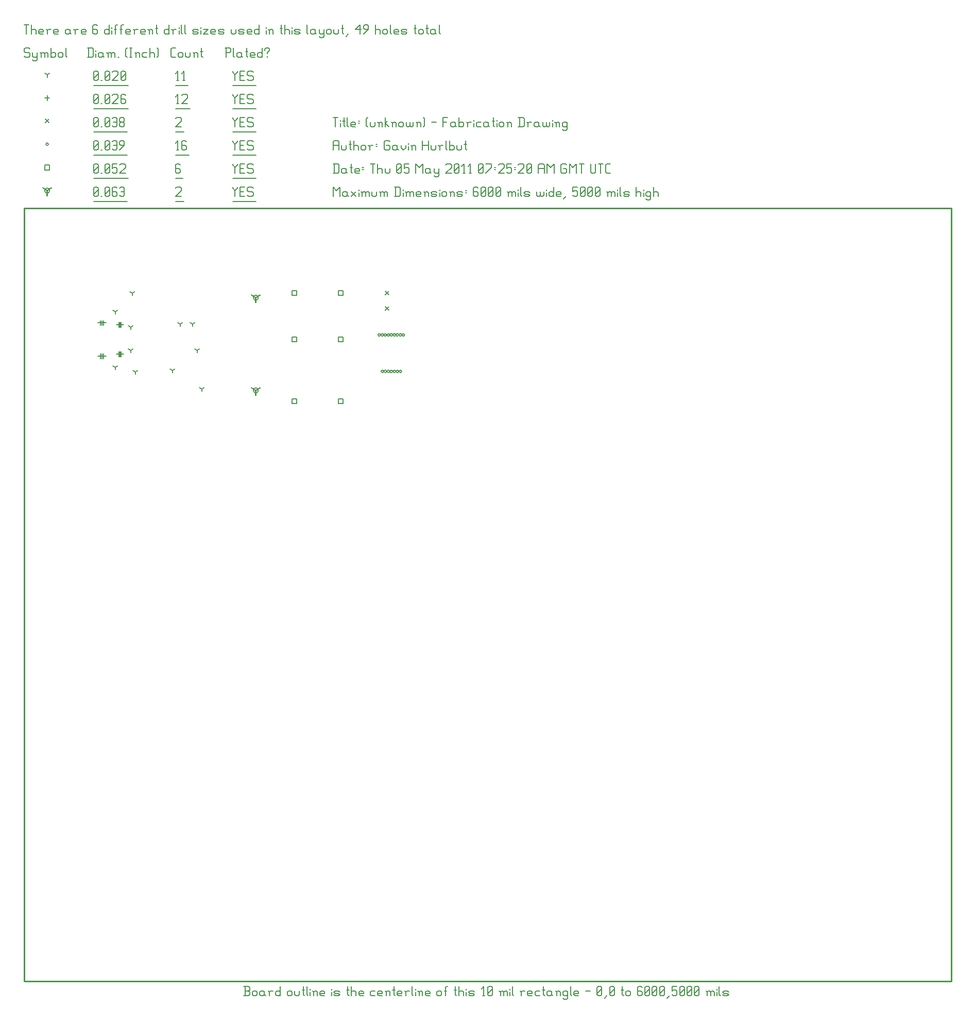
<source format=gbr>
G04 start of page 11 for group -3984 idx -3984 *
G04 Title: (unknown), fab *
G04 Creator: pcb 20091103 *
G04 CreationDate: Thu 05 May 2011 07:25:20 AM GMT UTC *
G04 For: gjhurlbu *
G04 Format: Gerber/RS-274X *
G04 PCB-Dimensions: 600000 500000 *
G04 PCB-Coordinate-Origin: lower left *
%MOIN*%
%FSLAX25Y25*%
%LNFAB*%
%ADD12C,0.0200*%
%ADD42C,0.0100*%
%ADD44R,0.0080X0.0080*%
%ADD45C,0.0060*%
G54D44*X150000Y382000D02*Y378800D01*
G54D12*G36*
X149453Y382147D02*X152919Y384147D01*
X153319Y383454D01*
X149853Y381454D01*
X149453Y382147D01*
G37*
G36*
X150146Y381454D02*X146680Y383454D01*
X147080Y384147D01*
X150546Y382147D01*
X150146Y381454D01*
G37*
G54D44*X148400Y382000D02*G75*G03X151600Y382000I1600J0D01*G01*
G75*G03X148400Y382000I-1600J0D01*G01*
X150000Y442000D02*Y438800D01*
G54D12*G36*
X149453Y442147D02*X152919Y444147D01*
X153319Y443454D01*
X149853Y441454D01*
X149453Y442147D01*
G37*
G36*
X150146Y441454D02*X146680Y443454D01*
X147080Y444147D01*
X150546Y442147D01*
X150146Y441454D01*
G37*
G54D44*X148400Y442000D02*G75*G03X151600Y442000I1600J0D01*G01*
G75*G03X148400Y442000I-1600J0D01*G01*
X15000Y511250D02*Y508050D01*
G54D12*G36*
X14453Y511396D02*X17919Y513396D01*
X18319Y512703D01*
X14853Y510703D01*
X14453Y511396D01*
G37*
G36*
X15146Y510703D02*X11680Y512703D01*
X12080Y513396D01*
X15546Y511396D01*
X15146Y510703D01*
G37*
G54D44*X13400Y511250D02*G75*G03X16600Y511250I1600J0D01*G01*
G75*G03X13400Y511250I-1600J0D01*G01*
G54D45*X135000Y513500D02*Y512750D01*
X136500Y511250D01*
X138000Y512750D01*
Y513500D02*Y512750D01*
X136500Y511250D02*Y507500D01*
X139801Y510500D02*X142051D01*
X139801Y507500D02*X142801D01*
X139801Y513500D02*Y507500D01*
Y513500D02*X142801D01*
X147603D02*X148353Y512750D01*
X145353Y513500D02*X147603D01*
X144603Y512750D02*X145353Y513500D01*
X144603Y512750D02*Y511250D01*
X145353Y510500D01*
X147603D01*
X148353Y509750D01*
Y508250D01*
X147603Y507500D02*X148353Y508250D01*
X145353Y507500D02*X147603D01*
X144603Y508250D02*X145353Y507500D01*
X135000Y504249D02*X150154D01*
X98000Y512750D02*X98750Y513500D01*
X101000D01*
X101750Y512750D01*
Y511250D01*
X98000Y507500D02*X101750Y511250D01*
X98000Y507500D02*X101750D01*
X98000Y504249D02*X103551D01*
X45000Y508250D02*X45750Y507500D01*
X45000Y512750D02*Y508250D01*
Y512750D02*X45750Y513500D01*
X47250D01*
X48000Y512750D01*
Y508250D01*
X47250Y507500D02*X48000Y508250D01*
X45750Y507500D02*X47250D01*
X45000Y509000D02*X48000Y512000D01*
X49801Y507500D02*X50551D01*
X52353Y508250D02*X53103Y507500D01*
X52353Y512750D02*Y508250D01*
Y512750D02*X53103Y513500D01*
X54603D01*
X55353Y512750D01*
Y508250D01*
X54603Y507500D02*X55353Y508250D01*
X53103Y507500D02*X54603D01*
X52353Y509000D02*X55353Y512000D01*
X59404Y513500D02*X60154Y512750D01*
X57904Y513500D02*X59404D01*
X57154Y512750D02*X57904Y513500D01*
X57154Y512750D02*Y508250D01*
X57904Y507500D01*
X59404Y510500D02*X60154Y509750D01*
X57154Y510500D02*X59404D01*
X57904Y507500D02*X59404D01*
X60154Y508250D01*
Y509750D02*Y508250D01*
X61956Y512750D02*X62706Y513500D01*
X64206D01*
X64956Y512750D01*
Y508250D01*
X64206Y507500D02*X64956Y508250D01*
X62706Y507500D02*X64206D01*
X61956Y508250D02*X62706Y507500D01*
Y510500D02*X64956D01*
X45000Y504249D02*X66757D01*
X203400Y376600D02*X206600D01*
X203400D02*Y373400D01*
X206600D01*
Y376600D02*Y373400D01*
X203400Y416600D02*X206600D01*
X203400D02*Y413400D01*
X206600D01*
Y416600D02*Y413400D01*
X203400Y446600D02*X206600D01*
X203400D02*Y443400D01*
X206600D01*
Y446600D02*Y443400D01*
X173400Y446600D02*X176600D01*
X173400D02*Y443400D01*
X176600D01*
Y446600D02*Y443400D01*
X173400Y416600D02*X176600D01*
X173400D02*Y413400D01*
X176600D01*
Y416600D02*Y413400D01*
X173400Y376600D02*X176600D01*
X173400D02*Y373400D01*
X176600D01*
Y376600D02*Y373400D01*
X13400Y527850D02*X16600D01*
X13400D02*Y524650D01*
X16600D01*
Y527850D02*Y524650D01*
X135000Y528500D02*Y527750D01*
X136500Y526250D01*
X138000Y527750D01*
Y528500D02*Y527750D01*
X136500Y526250D02*Y522500D01*
X139801Y525500D02*X142051D01*
X139801Y522500D02*X142801D01*
X139801Y528500D02*Y522500D01*
Y528500D02*X142801D01*
X147603D02*X148353Y527750D01*
X145353Y528500D02*X147603D01*
X144603Y527750D02*X145353Y528500D01*
X144603Y527750D02*Y526250D01*
X145353Y525500D01*
X147603D01*
X148353Y524750D01*
Y523250D01*
X147603Y522500D02*X148353Y523250D01*
X145353Y522500D02*X147603D01*
X144603Y523250D02*X145353Y522500D01*
X135000Y519249D02*X150154D01*
X100250Y528500D02*X101000Y527750D01*
X98750Y528500D02*X100250D01*
X98000Y527750D02*X98750Y528500D01*
X98000Y527750D02*Y523250D01*
X98750Y522500D01*
X100250Y525500D02*X101000Y524750D01*
X98000Y525500D02*X100250D01*
X98750Y522500D02*X100250D01*
X101000Y523250D01*
Y524750D02*Y523250D01*
X98000Y519249D02*X102801D01*
X45000Y523250D02*X45750Y522500D01*
X45000Y527750D02*Y523250D01*
Y527750D02*X45750Y528500D01*
X47250D01*
X48000Y527750D01*
Y523250D01*
X47250Y522500D02*X48000Y523250D01*
X45750Y522500D02*X47250D01*
X45000Y524000D02*X48000Y527000D01*
X49801Y522500D02*X50551D01*
X52353Y523250D02*X53103Y522500D01*
X52353Y527750D02*Y523250D01*
Y527750D02*X53103Y528500D01*
X54603D01*
X55353Y527750D01*
Y523250D01*
X54603Y522500D02*X55353Y523250D01*
X53103Y522500D02*X54603D01*
X52353Y524000D02*X55353Y527000D01*
X57154Y528500D02*X60154D01*
X57154D02*Y525500D01*
X57904Y526250D01*
X59404D01*
X60154Y525500D01*
Y523250D01*
X59404Y522500D02*X60154Y523250D01*
X57904Y522500D02*X59404D01*
X57154Y523250D02*X57904Y522500D01*
X61956Y527750D02*X62706Y528500D01*
X64956D01*
X65706Y527750D01*
Y526250D01*
X61956Y522500D02*X65706Y526250D01*
X61956Y522500D02*X65706D01*
X45000Y519249D02*X67507D01*
X229100Y417900D02*G75*G03X230700Y417900I800J0D01*G01*
G75*G03X229100Y417900I-800J0D01*G01*
X231100D02*G75*G03X232700Y417900I800J0D01*G01*
G75*G03X231100Y417900I-800J0D01*G01*
X233000D02*G75*G03X234600Y417900I800J0D01*G01*
G75*G03X233000Y417900I-800J0D01*G01*
X235000D02*G75*G03X236600Y417900I800J0D01*G01*
G75*G03X235000Y417900I-800J0D01*G01*
X236900D02*G75*G03X238500Y417900I800J0D01*G01*
G75*G03X236900Y417900I-800J0D01*G01*
X238900D02*G75*G03X240500Y417900I800J0D01*G01*
G75*G03X238900Y417900I-800J0D01*G01*
X240800D02*G75*G03X242400Y417900I800J0D01*G01*
G75*G03X240800Y417900I-800J0D01*G01*
X242800D02*G75*G03X244400Y417900I800J0D01*G01*
G75*G03X242800Y417900I-800J0D01*G01*
X244700D02*G75*G03X246300Y417900I800J0D01*G01*
G75*G03X244700Y417900I-800J0D01*G01*
X231100Y394300D02*G75*G03X232700Y394300I800J0D01*G01*
G75*G03X231100Y394300I-800J0D01*G01*
X233000D02*G75*G03X234600Y394300I800J0D01*G01*
G75*G03X233000Y394300I-800J0D01*G01*
X235000D02*G75*G03X236600Y394300I800J0D01*G01*
G75*G03X235000Y394300I-800J0D01*G01*
X236900D02*G75*G03X238500Y394300I800J0D01*G01*
G75*G03X236900Y394300I-800J0D01*G01*
X238900D02*G75*G03X240500Y394300I800J0D01*G01*
G75*G03X238900Y394300I-800J0D01*G01*
X240800D02*G75*G03X242400Y394300I800J0D01*G01*
G75*G03X240800Y394300I-800J0D01*G01*
X242800D02*G75*G03X244400Y394300I800J0D01*G01*
G75*G03X242800Y394300I-800J0D01*G01*
X14200Y541250D02*G75*G03X15800Y541250I800J0D01*G01*
G75*G03X14200Y541250I-800J0D01*G01*
X135000Y543500D02*Y542750D01*
X136500Y541250D01*
X138000Y542750D01*
Y543500D02*Y542750D01*
X136500Y541250D02*Y537500D01*
X139801Y540500D02*X142051D01*
X139801Y537500D02*X142801D01*
X139801Y543500D02*Y537500D01*
Y543500D02*X142801D01*
X147603D02*X148353Y542750D01*
X145353Y543500D02*X147603D01*
X144603Y542750D02*X145353Y543500D01*
X144603Y542750D02*Y541250D01*
X145353Y540500D01*
X147603D01*
X148353Y539750D01*
Y538250D01*
X147603Y537500D02*X148353Y538250D01*
X145353Y537500D02*X147603D01*
X144603Y538250D02*X145353Y537500D01*
X135000Y534249D02*X150154D01*
X98750Y537500D02*X100250D01*
X99500Y543500D02*Y537500D01*
X98000Y542000D02*X99500Y543500D01*
X104301D02*X105051Y542750D01*
X102801Y543500D02*X104301D01*
X102051Y542750D02*X102801Y543500D01*
X102051Y542750D02*Y538250D01*
X102801Y537500D01*
X104301Y540500D02*X105051Y539750D01*
X102051Y540500D02*X104301D01*
X102801Y537500D02*X104301D01*
X105051Y538250D01*
Y539750D02*Y538250D01*
X98000Y534249D02*X106853D01*
X45000Y538250D02*X45750Y537500D01*
X45000Y542750D02*Y538250D01*
Y542750D02*X45750Y543500D01*
X47250D01*
X48000Y542750D01*
Y538250D01*
X47250Y537500D02*X48000Y538250D01*
X45750Y537500D02*X47250D01*
X45000Y539000D02*X48000Y542000D01*
X49801Y537500D02*X50551D01*
X52353Y538250D02*X53103Y537500D01*
X52353Y542750D02*Y538250D01*
Y542750D02*X53103Y543500D01*
X54603D01*
X55353Y542750D01*
Y538250D01*
X54603Y537500D02*X55353Y538250D01*
X53103Y537500D02*X54603D01*
X52353Y539000D02*X55353Y542000D01*
X57154Y542750D02*X57904Y543500D01*
X59404D01*
X60154Y542750D01*
Y538250D01*
X59404Y537500D02*X60154Y538250D01*
X57904Y537500D02*X59404D01*
X57154Y538250D02*X57904Y537500D01*
Y540500D02*X60154D01*
X61956Y537500D02*X64956Y540500D01*
Y542750D02*Y540500D01*
X64206Y543500D02*X64956Y542750D01*
X62706Y543500D02*X64206D01*
X61956Y542750D02*X62706Y543500D01*
X61956Y542750D02*Y541250D01*
X62706Y540500D01*
X64956D01*
X45000Y534249D02*X66757D01*
X233800Y436200D02*X236200Y433800D01*
X233800D02*X236200Y436200D01*
X233800Y446200D02*X236200Y443800D01*
X233800D02*X236200Y446200D01*
X13800Y557450D02*X16200Y555050D01*
X13800D02*X16200Y557450D01*
X135000Y558500D02*Y557750D01*
X136500Y556250D01*
X138000Y557750D01*
Y558500D02*Y557750D01*
X136500Y556250D02*Y552500D01*
X139801Y555500D02*X142051D01*
X139801Y552500D02*X142801D01*
X139801Y558500D02*Y552500D01*
Y558500D02*X142801D01*
X147603D02*X148353Y557750D01*
X145353Y558500D02*X147603D01*
X144603Y557750D02*X145353Y558500D01*
X144603Y557750D02*Y556250D01*
X145353Y555500D01*
X147603D01*
X148353Y554750D01*
Y553250D01*
X147603Y552500D02*X148353Y553250D01*
X145353Y552500D02*X147603D01*
X144603Y553250D02*X145353Y552500D01*
X135000Y549249D02*X150154D01*
X98000Y557750D02*X98750Y558500D01*
X101000D01*
X101750Y557750D01*
Y556250D01*
X98000Y552500D02*X101750Y556250D01*
X98000Y552500D02*X101750D01*
X98000Y549249D02*X103551D01*
X45000Y553250D02*X45750Y552500D01*
X45000Y557750D02*Y553250D01*
Y557750D02*X45750Y558500D01*
X47250D01*
X48000Y557750D01*
Y553250D01*
X47250Y552500D02*X48000Y553250D01*
X45750Y552500D02*X47250D01*
X45000Y554000D02*X48000Y557000D01*
X49801Y552500D02*X50551D01*
X52353Y553250D02*X53103Y552500D01*
X52353Y557750D02*Y553250D01*
Y557750D02*X53103Y558500D01*
X54603D01*
X55353Y557750D01*
Y553250D01*
X54603Y552500D02*X55353Y553250D01*
X53103Y552500D02*X54603D01*
X52353Y554000D02*X55353Y557000D01*
X57154Y557750D02*X57904Y558500D01*
X59404D01*
X60154Y557750D01*
Y553250D01*
X59404Y552500D02*X60154Y553250D01*
X57904Y552500D02*X59404D01*
X57154Y553250D02*X57904Y552500D01*
Y555500D02*X60154D01*
X61956Y553250D02*X62706Y552500D01*
X61956Y554750D02*Y553250D01*
Y554750D02*X62706Y555500D01*
X64206D01*
X64956Y554750D01*
Y553250D01*
X64206Y552500D02*X64956Y553250D01*
X62706Y552500D02*X64206D01*
X61956Y556250D02*X62706Y555500D01*
X61956Y557750D02*Y556250D01*
Y557750D02*X62706Y558500D01*
X64206D01*
X64956Y557750D01*
Y556250D01*
X64206Y555500D02*X64956Y556250D01*
X45000Y549249D02*X66757D01*
X62846Y426147D02*Y422947D01*
X61246Y424547D02*X64446D01*
X62077Y426147D02*Y422947D01*
X60477Y424547D02*X63677D01*
X61308Y426147D02*Y422947D01*
X59708Y424547D02*X62908D01*
X62846Y407053D02*Y403853D01*
X61246Y405453D02*X64446D01*
X62077Y407053D02*Y403853D01*
X60477Y405453D02*X63677D01*
X61308Y407053D02*Y403853D01*
X59708Y405453D02*X62908D01*
X49322Y427328D02*Y424128D01*
X47722Y425728D02*X50922D01*
X50385Y427328D02*Y424128D01*
X48785Y425728D02*X51985D01*
X51448Y427328D02*Y424128D01*
X49848Y425728D02*X53048D01*
X49322Y405872D02*Y402672D01*
X47722Y404272D02*X50922D01*
X50385Y405872D02*Y402672D01*
X48785Y404272D02*X51985D01*
X51448Y405872D02*Y402672D01*
X49848Y404272D02*X53048D01*
X15000Y572850D02*Y569650D01*
X13400Y571250D02*X16600D01*
X135000Y573500D02*Y572750D01*
X136500Y571250D01*
X138000Y572750D01*
Y573500D02*Y572750D01*
X136500Y571250D02*Y567500D01*
X139801Y570500D02*X142051D01*
X139801Y567500D02*X142801D01*
X139801Y573500D02*Y567500D01*
Y573500D02*X142801D01*
X147603D02*X148353Y572750D01*
X145353Y573500D02*X147603D01*
X144603Y572750D02*X145353Y573500D01*
X144603Y572750D02*Y571250D01*
X145353Y570500D01*
X147603D01*
X148353Y569750D01*
Y568250D01*
X147603Y567500D02*X148353Y568250D01*
X145353Y567500D02*X147603D01*
X144603Y568250D02*X145353Y567500D01*
X135000Y564249D02*X150154D01*
X98750Y567500D02*X100250D01*
X99500Y573500D02*Y567500D01*
X98000Y572000D02*X99500Y573500D01*
X102051Y572750D02*X102801Y573500D01*
X105051D01*
X105801Y572750D01*
Y571250D01*
X102051Y567500D02*X105801Y571250D01*
X102051Y567500D02*X105801D01*
X98000Y564249D02*X107603D01*
X45000Y568250D02*X45750Y567500D01*
X45000Y572750D02*Y568250D01*
Y572750D02*X45750Y573500D01*
X47250D01*
X48000Y572750D01*
Y568250D01*
X47250Y567500D02*X48000Y568250D01*
X45750Y567500D02*X47250D01*
X45000Y569000D02*X48000Y572000D01*
X49801Y567500D02*X50551D01*
X52353Y568250D02*X53103Y567500D01*
X52353Y572750D02*Y568250D01*
Y572750D02*X53103Y573500D01*
X54603D01*
X55353Y572750D01*
Y568250D01*
X54603Y567500D02*X55353Y568250D01*
X53103Y567500D02*X54603D01*
X52353Y569000D02*X55353Y572000D01*
X57154Y572750D02*X57904Y573500D01*
X60154D01*
X60904Y572750D01*
Y571250D01*
X57154Y567500D02*X60904Y571250D01*
X57154Y567500D02*X60904D01*
X64956Y573500D02*X65706Y572750D01*
X63456Y573500D02*X64956D01*
X62706Y572750D02*X63456Y573500D01*
X62706Y572750D02*Y568250D01*
X63456Y567500D01*
X64956Y570500D02*X65706Y569750D01*
X62706Y570500D02*X64956D01*
X63456Y567500D02*X64956D01*
X65706Y568250D01*
Y569750D02*Y568250D01*
X45000Y564249D02*X67507D01*
X69000Y423000D02*Y421400D01*
Y423000D02*X70386Y423800D01*
X69000Y423000D02*X67614Y423800D01*
X69000Y408000D02*Y406400D01*
Y408000D02*X70386Y408800D01*
X69000Y408000D02*X67614Y408800D01*
X70000Y445000D02*Y443400D01*
Y445000D02*X71386Y445800D01*
X70000Y445000D02*X68614Y445800D01*
X109000Y425000D02*Y423400D01*
Y425000D02*X110386Y425800D01*
X109000Y425000D02*X107614Y425800D01*
X101000Y425000D02*Y423400D01*
Y425000D02*X102386Y425800D01*
X101000Y425000D02*X99614Y425800D01*
X96000Y395000D02*Y393400D01*
Y395000D02*X97386Y395800D01*
X96000Y395000D02*X94614Y395800D01*
X72000Y394000D02*Y392400D01*
Y394000D02*X73386Y394800D01*
X72000Y394000D02*X70614Y394800D01*
X112000Y408000D02*Y406400D01*
Y408000D02*X113386Y408800D01*
X112000Y408000D02*X110614Y408800D01*
X115000Y383000D02*Y381400D01*
Y383000D02*X116386Y383800D01*
X115000Y383000D02*X113614Y383800D01*
X59000Y397000D02*Y395400D01*
Y397000D02*X60386Y397800D01*
X59000Y397000D02*X57614Y397800D01*
X59000Y433000D02*Y431400D01*
Y433000D02*X60386Y433800D01*
X59000Y433000D02*X57614Y433800D01*
X15000Y586250D02*Y584650D01*
Y586250D02*X16386Y587050D01*
X15000Y586250D02*X13614Y587050D01*
X135000Y588500D02*Y587750D01*
X136500Y586250D01*
X138000Y587750D01*
Y588500D02*Y587750D01*
X136500Y586250D02*Y582500D01*
X139801Y585500D02*X142051D01*
X139801Y582500D02*X142801D01*
X139801Y588500D02*Y582500D01*
Y588500D02*X142801D01*
X147603D02*X148353Y587750D01*
X145353Y588500D02*X147603D01*
X144603Y587750D02*X145353Y588500D01*
X144603Y587750D02*Y586250D01*
X145353Y585500D01*
X147603D01*
X148353Y584750D01*
Y583250D01*
X147603Y582500D02*X148353Y583250D01*
X145353Y582500D02*X147603D01*
X144603Y583250D02*X145353Y582500D01*
X135000Y579249D02*X150154D01*
X98750Y582500D02*X100250D01*
X99500Y588500D02*Y582500D01*
X98000Y587000D02*X99500Y588500D01*
X102801Y582500D02*X104301D01*
X103551Y588500D02*Y582500D01*
X102051Y587000D02*X103551Y588500D01*
X98000Y579249D02*X106103D01*
X45000Y583250D02*X45750Y582500D01*
X45000Y587750D02*Y583250D01*
Y587750D02*X45750Y588500D01*
X47250D01*
X48000Y587750D01*
Y583250D01*
X47250Y582500D02*X48000Y583250D01*
X45750Y582500D02*X47250D01*
X45000Y584000D02*X48000Y587000D01*
X49801Y582500D02*X50551D01*
X52353Y583250D02*X53103Y582500D01*
X52353Y587750D02*Y583250D01*
Y587750D02*X53103Y588500D01*
X54603D01*
X55353Y587750D01*
Y583250D01*
X54603Y582500D02*X55353Y583250D01*
X53103Y582500D02*X54603D01*
X52353Y584000D02*X55353Y587000D01*
X57154Y587750D02*X57904Y588500D01*
X60154D01*
X60904Y587750D01*
Y586250D01*
X57154Y582500D02*X60904Y586250D01*
X57154Y582500D02*X60904D01*
X62706Y583250D02*X63456Y582500D01*
X62706Y587750D02*Y583250D01*
Y587750D02*X63456Y588500D01*
X64956D01*
X65706Y587750D01*
Y583250D01*
X64956Y582500D02*X65706Y583250D01*
X63456Y582500D02*X64956D01*
X62706Y584000D02*X65706Y587000D01*
X45000Y579249D02*X67507D01*
X3000Y603500D02*X3750Y602750D01*
X750Y603500D02*X3000D01*
X0Y602750D02*X750Y603500D01*
X0Y602750D02*Y601250D01*
X750Y600500D01*
X3000D01*
X3750Y599750D01*
Y598250D01*
X3000Y597500D02*X3750Y598250D01*
X750Y597500D02*X3000D01*
X0Y598250D02*X750Y597500D01*
X5551Y600500D02*Y598250D01*
X6301Y597500D01*
X8551Y600500D02*Y596000D01*
X7801Y595250D02*X8551Y596000D01*
X6301Y595250D02*X7801D01*
X5551Y596000D02*X6301Y595250D01*
Y597500D02*X7801D01*
X8551Y598250D01*
X11103Y599750D02*Y597500D01*
Y599750D02*X11853Y600500D01*
X12603D01*
X13353Y599750D01*
Y597500D01*
Y599750D02*X14103Y600500D01*
X14853D01*
X15603Y599750D01*
Y597500D01*
X10353Y600500D02*X11103Y599750D01*
X17404Y603500D02*Y597500D01*
Y598250D02*X18154Y597500D01*
X19654D01*
X20404Y598250D01*
Y599750D02*Y598250D01*
X19654Y600500D02*X20404Y599750D01*
X18154Y600500D02*X19654D01*
X17404Y599750D02*X18154Y600500D01*
X22206Y599750D02*Y598250D01*
Y599750D02*X22956Y600500D01*
X24456D01*
X25206Y599750D01*
Y598250D01*
X24456Y597500D02*X25206Y598250D01*
X22956Y597500D02*X24456D01*
X22206Y598250D02*X22956Y597500D01*
X27007Y603500D02*Y598250D01*
X27757Y597500D01*
X41750Y603500D02*Y597500D01*
X44000Y603500D02*X44750Y602750D01*
Y598250D01*
X44000Y597500D02*X44750Y598250D01*
X41000Y597500D02*X44000D01*
X41000Y603500D02*X44000D01*
X46551Y602000D02*Y601250D01*
Y599750D02*Y597500D01*
X50303Y600500D02*X51053Y599750D01*
X48803Y600500D02*X50303D01*
X48053Y599750D02*X48803Y600500D01*
X48053Y599750D02*Y598250D01*
X48803Y597500D01*
X51053Y600500D02*Y598250D01*
X51803Y597500D01*
X48803D02*X50303D01*
X51053Y598250D01*
X54354Y599750D02*Y597500D01*
Y599750D02*X55104Y600500D01*
X55854D01*
X56604Y599750D01*
Y597500D01*
Y599750D02*X57354Y600500D01*
X58104D01*
X58854Y599750D01*
Y597500D01*
X53604Y600500D02*X54354Y599750D01*
X60656Y597500D02*X61406D01*
X65907Y598250D02*X66657Y597500D01*
X65907Y602750D02*X66657Y603500D01*
X65907Y602750D02*Y598250D01*
X68459Y603500D02*X69959D01*
X69209D02*Y597500D01*
X68459D02*X69959D01*
X72510Y599750D02*Y597500D01*
Y599750D02*X73260Y600500D01*
X74010D01*
X74760Y599750D01*
Y597500D01*
X71760Y600500D02*X72510Y599750D01*
X77312Y600500D02*X79562D01*
X76562Y599750D02*X77312Y600500D01*
X76562Y599750D02*Y598250D01*
X77312Y597500D01*
X79562D01*
X81363Y603500D02*Y597500D01*
Y599750D02*X82113Y600500D01*
X83613D01*
X84363Y599750D01*
Y597500D01*
X86165Y603500D02*X86915Y602750D01*
Y598250D01*
X86165Y597500D02*X86915Y598250D01*
X95750Y597500D02*X98000D01*
X95000Y598250D02*X95750Y597500D01*
X95000Y602750D02*Y598250D01*
Y602750D02*X95750Y603500D01*
X98000D01*
X99801Y599750D02*Y598250D01*
Y599750D02*X100551Y600500D01*
X102051D01*
X102801Y599750D01*
Y598250D01*
X102051Y597500D02*X102801Y598250D01*
X100551Y597500D02*X102051D01*
X99801Y598250D02*X100551Y597500D01*
X104603Y600500D02*Y598250D01*
X105353Y597500D01*
X106853D01*
X107603Y598250D01*
Y600500D02*Y598250D01*
X110154Y599750D02*Y597500D01*
Y599750D02*X110904Y600500D01*
X111654D01*
X112404Y599750D01*
Y597500D01*
X109404Y600500D02*X110154Y599750D01*
X114956Y603500D02*Y598250D01*
X115706Y597500D01*
X114206Y601250D02*X115706D01*
X130750Y603500D02*Y597500D01*
X130000Y603500D02*X133000D01*
X133750Y602750D01*
Y601250D01*
X133000Y600500D02*X133750Y601250D01*
X130750Y600500D02*X133000D01*
X135551Y603500D02*Y598250D01*
X136301Y597500D01*
X140053Y600500D02*X140803Y599750D01*
X138553Y600500D02*X140053D01*
X137803Y599750D02*X138553Y600500D01*
X137803Y599750D02*Y598250D01*
X138553Y597500D01*
X140803Y600500D02*Y598250D01*
X141553Y597500D01*
X138553D02*X140053D01*
X140803Y598250D01*
X144104Y603500D02*Y598250D01*
X144854Y597500D01*
X143354Y601250D02*X144854D01*
X147106Y597500D02*X149356D01*
X146356Y598250D02*X147106Y597500D01*
X146356Y599750D02*Y598250D01*
Y599750D02*X147106Y600500D01*
X148606D01*
X149356Y599750D01*
X146356Y599000D02*X149356D01*
Y599750D02*Y599000D01*
X154157Y603500D02*Y597500D01*
X153407D02*X154157Y598250D01*
X151907Y597500D02*X153407D01*
X151157Y598250D02*X151907Y597500D01*
X151157Y599750D02*Y598250D01*
Y599750D02*X151907Y600500D01*
X153407D01*
X154157Y599750D01*
X157459Y600500D02*Y599750D01*
Y598250D02*Y597500D01*
X155959Y602750D02*Y602000D01*
Y602750D02*X156709Y603500D01*
X158209D01*
X158959Y602750D01*
Y602000D01*
X157459Y600500D02*X158959Y602000D01*
X0Y618500D02*X3000D01*
X1500D02*Y612500D01*
X4801Y618500D02*Y612500D01*
Y614750D02*X5551Y615500D01*
X7051D01*
X7801Y614750D01*
Y612500D01*
X10353D02*X12603D01*
X9603Y613250D02*X10353Y612500D01*
X9603Y614750D02*Y613250D01*
Y614750D02*X10353Y615500D01*
X11853D01*
X12603Y614750D01*
X9603Y614000D02*X12603D01*
Y614750D02*Y614000D01*
X15154Y614750D02*Y612500D01*
Y614750D02*X15904Y615500D01*
X17404D01*
X14404D02*X15154Y614750D01*
X19956Y612500D02*X22206D01*
X19206Y613250D02*X19956Y612500D01*
X19206Y614750D02*Y613250D01*
Y614750D02*X19956Y615500D01*
X21456D01*
X22206Y614750D01*
X19206Y614000D02*X22206D01*
Y614750D02*Y614000D01*
X28957Y615500D02*X29707Y614750D01*
X27457Y615500D02*X28957D01*
X26707Y614750D02*X27457Y615500D01*
X26707Y614750D02*Y613250D01*
X27457Y612500D01*
X29707Y615500D02*Y613250D01*
X30457Y612500D01*
X27457D02*X28957D01*
X29707Y613250D01*
X33009Y614750D02*Y612500D01*
Y614750D02*X33759Y615500D01*
X35259D01*
X32259D02*X33009Y614750D01*
X37810Y612500D02*X40060D01*
X37060Y613250D02*X37810Y612500D01*
X37060Y614750D02*Y613250D01*
Y614750D02*X37810Y615500D01*
X39310D01*
X40060Y614750D01*
X37060Y614000D02*X40060D01*
Y614750D02*Y614000D01*
X46812Y618500D02*X47562Y617750D01*
X45312Y618500D02*X46812D01*
X44562Y617750D02*X45312Y618500D01*
X44562Y617750D02*Y613250D01*
X45312Y612500D01*
X46812Y615500D02*X47562Y614750D01*
X44562Y615500D02*X46812D01*
X45312Y612500D02*X46812D01*
X47562Y613250D01*
Y614750D02*Y613250D01*
X55063Y618500D02*Y612500D01*
X54313D02*X55063Y613250D01*
X52813Y612500D02*X54313D01*
X52063Y613250D02*X52813Y612500D01*
X52063Y614750D02*Y613250D01*
Y614750D02*X52813Y615500D01*
X54313D01*
X55063Y614750D01*
X56865Y617000D02*Y616250D01*
Y614750D02*Y612500D01*
X59116Y617750D02*Y612500D01*
Y617750D02*X59866Y618500D01*
X60616D01*
X58366Y615500D02*X59866D01*
X62868Y617750D02*Y612500D01*
Y617750D02*X63618Y618500D01*
X64368D01*
X62118Y615500D02*X63618D01*
X66619Y612500D02*X68869D01*
X65869Y613250D02*X66619Y612500D01*
X65869Y614750D02*Y613250D01*
Y614750D02*X66619Y615500D01*
X68119D01*
X68869Y614750D01*
X65869Y614000D02*X68869D01*
Y614750D02*Y614000D01*
X71421Y614750D02*Y612500D01*
Y614750D02*X72171Y615500D01*
X73671D01*
X70671D02*X71421Y614750D01*
X76222Y612500D02*X78472D01*
X75472Y613250D02*X76222Y612500D01*
X75472Y614750D02*Y613250D01*
Y614750D02*X76222Y615500D01*
X77722D01*
X78472Y614750D01*
X75472Y614000D02*X78472D01*
Y614750D02*Y614000D01*
X81024Y614750D02*Y612500D01*
Y614750D02*X81774Y615500D01*
X82524D01*
X83274Y614750D01*
Y612500D01*
X80274Y615500D02*X81024Y614750D01*
X85825Y618500D02*Y613250D01*
X86575Y612500D01*
X85075Y616250D02*X86575D01*
X93777Y618500D02*Y612500D01*
X93027D02*X93777Y613250D01*
X91527Y612500D02*X93027D01*
X90777Y613250D02*X91527Y612500D01*
X90777Y614750D02*Y613250D01*
Y614750D02*X91527Y615500D01*
X93027D01*
X93777Y614750D01*
X96328D02*Y612500D01*
Y614750D02*X97078Y615500D01*
X98578D01*
X95578D02*X96328Y614750D01*
X100380Y617000D02*Y616250D01*
Y614750D02*Y612500D01*
X101881Y618500D02*Y613250D01*
X102631Y612500D01*
X104133Y618500D02*Y613250D01*
X104883Y612500D01*
X109834D02*X112084D01*
X112834Y613250D01*
X112084Y614000D02*X112834Y613250D01*
X109834Y614000D02*X112084D01*
X109084Y614750D02*X109834Y614000D01*
X109084Y614750D02*X109834Y615500D01*
X112084D01*
X112834Y614750D01*
X109084Y613250D02*X109834Y612500D01*
X114636Y617000D02*Y616250D01*
Y614750D02*Y612500D01*
X116137Y615500D02*X119137D01*
X116137Y612500D02*X119137Y615500D01*
X116137Y612500D02*X119137D01*
X121689D02*X123939D01*
X120939Y613250D02*X121689Y612500D01*
X120939Y614750D02*Y613250D01*
Y614750D02*X121689Y615500D01*
X123189D01*
X123939Y614750D01*
X120939Y614000D02*X123939D01*
Y614750D02*Y614000D01*
X126490Y612500D02*X128740D01*
X129490Y613250D01*
X128740Y614000D02*X129490Y613250D01*
X126490Y614000D02*X128740D01*
X125740Y614750D02*X126490Y614000D01*
X125740Y614750D02*X126490Y615500D01*
X128740D01*
X129490Y614750D01*
X125740Y613250D02*X126490Y612500D01*
X133992Y615500D02*Y613250D01*
X134742Y612500D01*
X136242D01*
X136992Y613250D01*
Y615500D02*Y613250D01*
X139543Y612500D02*X141793D01*
X142543Y613250D01*
X141793Y614000D02*X142543Y613250D01*
X139543Y614000D02*X141793D01*
X138793Y614750D02*X139543Y614000D01*
X138793Y614750D02*X139543Y615500D01*
X141793D01*
X142543Y614750D01*
X138793Y613250D02*X139543Y612500D01*
X145095D02*X147345D01*
X144345Y613250D02*X145095Y612500D01*
X144345Y614750D02*Y613250D01*
Y614750D02*X145095Y615500D01*
X146595D01*
X147345Y614750D01*
X144345Y614000D02*X147345D01*
Y614750D02*Y614000D01*
X152146Y618500D02*Y612500D01*
X151396D02*X152146Y613250D01*
X149896Y612500D02*X151396D01*
X149146Y613250D02*X149896Y612500D01*
X149146Y614750D02*Y613250D01*
Y614750D02*X149896Y615500D01*
X151396D01*
X152146Y614750D01*
X156648Y617000D02*Y616250D01*
Y614750D02*Y612500D01*
X158899Y614750D02*Y612500D01*
Y614750D02*X159649Y615500D01*
X160399D01*
X161149Y614750D01*
Y612500D01*
X158149Y615500D02*X158899Y614750D01*
X166401Y618500D02*Y613250D01*
X167151Y612500D01*
X165651Y616250D02*X167151D01*
X168652Y618500D02*Y612500D01*
Y614750D02*X169402Y615500D01*
X170902D01*
X171652Y614750D01*
Y612500D01*
X173454Y617000D02*Y616250D01*
Y614750D02*Y612500D01*
X175705D02*X177955D01*
X178705Y613250D01*
X177955Y614000D02*X178705Y613250D01*
X175705Y614000D02*X177955D01*
X174955Y614750D02*X175705Y614000D01*
X174955Y614750D02*X175705Y615500D01*
X177955D01*
X178705Y614750D01*
X174955Y613250D02*X175705Y612500D01*
X183207Y618500D02*Y613250D01*
X183957Y612500D01*
X187708Y615500D02*X188458Y614750D01*
X186208Y615500D02*X187708D01*
X185458Y614750D02*X186208Y615500D01*
X185458Y614750D02*Y613250D01*
X186208Y612500D01*
X188458Y615500D02*Y613250D01*
X189208Y612500D01*
X186208D02*X187708D01*
X188458Y613250D01*
X191010Y615500D02*Y613250D01*
X191760Y612500D01*
X194010Y615500D02*Y611000D01*
X193260Y610250D02*X194010Y611000D01*
X191760Y610250D02*X193260D01*
X191010Y611000D02*X191760Y610250D01*
Y612500D02*X193260D01*
X194010Y613250D01*
X195811Y614750D02*Y613250D01*
Y614750D02*X196561Y615500D01*
X198061D01*
X198811Y614750D01*
Y613250D01*
X198061Y612500D02*X198811Y613250D01*
X196561Y612500D02*X198061D01*
X195811Y613250D02*X196561Y612500D01*
X200613Y615500D02*Y613250D01*
X201363Y612500D01*
X202863D01*
X203613Y613250D01*
Y615500D02*Y613250D01*
X206164Y618500D02*Y613250D01*
X206914Y612500D01*
X205414Y616250D02*X206914D01*
X208416Y611000D02*X209916Y612500D01*
X214417Y615500D02*X217417Y618500D01*
X214417Y615500D02*X218167D01*
X217417Y618500D02*Y612500D01*
X219969D02*X222969Y615500D01*
Y617750D02*Y615500D01*
X222219Y618500D02*X222969Y617750D01*
X220719Y618500D02*X222219D01*
X219969Y617750D02*X220719Y618500D01*
X219969Y617750D02*Y616250D01*
X220719Y615500D01*
X222969D01*
X227470Y618500D02*Y612500D01*
Y614750D02*X228220Y615500D01*
X229720D01*
X230470Y614750D01*
Y612500D01*
X232272Y614750D02*Y613250D01*
Y614750D02*X233022Y615500D01*
X234522D01*
X235272Y614750D01*
Y613250D01*
X234522Y612500D02*X235272Y613250D01*
X233022Y612500D02*X234522D01*
X232272Y613250D02*X233022Y612500D01*
X237073Y618500D02*Y613250D01*
X237823Y612500D01*
X240075D02*X242325D01*
X239325Y613250D02*X240075Y612500D01*
X239325Y614750D02*Y613250D01*
Y614750D02*X240075Y615500D01*
X241575D01*
X242325Y614750D01*
X239325Y614000D02*X242325D01*
Y614750D02*Y614000D01*
X244876Y612500D02*X247126D01*
X247876Y613250D01*
X247126Y614000D02*X247876Y613250D01*
X244876Y614000D02*X247126D01*
X244126Y614750D02*X244876Y614000D01*
X244126Y614750D02*X244876Y615500D01*
X247126D01*
X247876Y614750D01*
X244126Y613250D02*X244876Y612500D01*
X253128Y618500D02*Y613250D01*
X253878Y612500D01*
X252378Y616250D02*X253878D01*
X255379Y614750D02*Y613250D01*
Y614750D02*X256129Y615500D01*
X257629D01*
X258379Y614750D01*
Y613250D01*
X257629Y612500D02*X258379Y613250D01*
X256129Y612500D02*X257629D01*
X255379Y613250D02*X256129Y612500D01*
X260931Y618500D02*Y613250D01*
X261681Y612500D01*
X260181Y616250D02*X261681D01*
X265432Y615500D02*X266182Y614750D01*
X263932Y615500D02*X265432D01*
X263182Y614750D02*X263932Y615500D01*
X263182Y614750D02*Y613250D01*
X263932Y612500D01*
X266182Y615500D02*Y613250D01*
X266932Y612500D01*
X263932D02*X265432D01*
X266182Y613250D01*
X268734Y618500D02*Y613250D01*
X269484Y612500D01*
G54D42*X0Y500000D02*X600000D01*
X0D02*Y0D01*
X600000Y500000D02*Y0D01*
X0D02*X600000D01*
G54D45*X200000Y513500D02*Y507500D01*
Y513500D02*X202250Y511250D01*
X204500Y513500D01*
Y507500D01*
X208551Y510500D02*X209301Y509750D01*
X207051Y510500D02*X208551D01*
X206301Y509750D02*X207051Y510500D01*
X206301Y509750D02*Y508250D01*
X207051Y507500D01*
X209301Y510500D02*Y508250D01*
X210051Y507500D01*
X207051D02*X208551D01*
X209301Y508250D01*
X211853Y510500D02*X214853Y507500D01*
X211853D02*X214853Y510500D01*
X216654Y512000D02*Y511250D01*
Y509750D02*Y507500D01*
X218906Y509750D02*Y507500D01*
Y509750D02*X219656Y510500D01*
X220406D01*
X221156Y509750D01*
Y507500D01*
Y509750D02*X221906Y510500D01*
X222656D01*
X223406Y509750D01*
Y507500D01*
X218156Y510500D02*X218906Y509750D01*
X225207Y510500D02*Y508250D01*
X225957Y507500D01*
X227457D01*
X228207Y508250D01*
Y510500D02*Y508250D01*
X230759Y509750D02*Y507500D01*
Y509750D02*X231509Y510500D01*
X232259D01*
X233009Y509750D01*
Y507500D01*
Y509750D02*X233759Y510500D01*
X234509D01*
X235259Y509750D01*
Y507500D01*
X230009Y510500D02*X230759Y509750D01*
X240510Y513500D02*Y507500D01*
X242760Y513500D02*X243510Y512750D01*
Y508250D01*
X242760Y507500D02*X243510Y508250D01*
X239760Y507500D02*X242760D01*
X239760Y513500D02*X242760D01*
X245312Y512000D02*Y511250D01*
Y509750D02*Y507500D01*
X247563Y509750D02*Y507500D01*
Y509750D02*X248313Y510500D01*
X249063D01*
X249813Y509750D01*
Y507500D01*
Y509750D02*X250563Y510500D01*
X251313D01*
X252063Y509750D01*
Y507500D01*
X246813Y510500D02*X247563Y509750D01*
X254615Y507500D02*X256865D01*
X253865Y508250D02*X254615Y507500D01*
X253865Y509750D02*Y508250D01*
Y509750D02*X254615Y510500D01*
X256115D01*
X256865Y509750D01*
X253865Y509000D02*X256865D01*
Y509750D02*Y509000D01*
X259416Y509750D02*Y507500D01*
Y509750D02*X260166Y510500D01*
X260916D01*
X261666Y509750D01*
Y507500D01*
X258666Y510500D02*X259416Y509750D01*
X264218Y507500D02*X266468D01*
X267218Y508250D01*
X266468Y509000D02*X267218Y508250D01*
X264218Y509000D02*X266468D01*
X263468Y509750D02*X264218Y509000D01*
X263468Y509750D02*X264218Y510500D01*
X266468D01*
X267218Y509750D01*
X263468Y508250D02*X264218Y507500D01*
X269019Y512000D02*Y511250D01*
Y509750D02*Y507500D01*
X270521Y509750D02*Y508250D01*
Y509750D02*X271271Y510500D01*
X272771D01*
X273521Y509750D01*
Y508250D01*
X272771Y507500D02*X273521Y508250D01*
X271271Y507500D02*X272771D01*
X270521Y508250D02*X271271Y507500D01*
X276072Y509750D02*Y507500D01*
Y509750D02*X276822Y510500D01*
X277572D01*
X278322Y509750D01*
Y507500D01*
X275322Y510500D02*X276072Y509750D01*
X280874Y507500D02*X283124D01*
X283874Y508250D01*
X283124Y509000D02*X283874Y508250D01*
X280874Y509000D02*X283124D01*
X280124Y509750D02*X280874Y509000D01*
X280124Y509750D02*X280874Y510500D01*
X283124D01*
X283874Y509750D01*
X280124Y508250D02*X280874Y507500D01*
X285675Y511250D02*X286425D01*
X285675Y509750D02*X286425D01*
X293177Y513500D02*X293927Y512750D01*
X291677Y513500D02*X293177D01*
X290927Y512750D02*X291677Y513500D01*
X290927Y512750D02*Y508250D01*
X291677Y507500D01*
X293177Y510500D02*X293927Y509750D01*
X290927Y510500D02*X293177D01*
X291677Y507500D02*X293177D01*
X293927Y508250D01*
Y509750D02*Y508250D01*
X295728D02*X296478Y507500D01*
X295728Y512750D02*Y508250D01*
Y512750D02*X296478Y513500D01*
X297978D01*
X298728Y512750D01*
Y508250D01*
X297978Y507500D02*X298728Y508250D01*
X296478Y507500D02*X297978D01*
X295728Y509000D02*X298728Y512000D01*
X300530Y508250D02*X301280Y507500D01*
X300530Y512750D02*Y508250D01*
Y512750D02*X301280Y513500D01*
X302780D01*
X303530Y512750D01*
Y508250D01*
X302780Y507500D02*X303530Y508250D01*
X301280Y507500D02*X302780D01*
X300530Y509000D02*X303530Y512000D01*
X305331Y508250D02*X306081Y507500D01*
X305331Y512750D02*Y508250D01*
Y512750D02*X306081Y513500D01*
X307581D01*
X308331Y512750D01*
Y508250D01*
X307581Y507500D02*X308331Y508250D01*
X306081Y507500D02*X307581D01*
X305331Y509000D02*X308331Y512000D01*
X313583Y509750D02*Y507500D01*
Y509750D02*X314333Y510500D01*
X315083D01*
X315833Y509750D01*
Y507500D01*
Y509750D02*X316583Y510500D01*
X317333D01*
X318083Y509750D01*
Y507500D01*
X312833Y510500D02*X313583Y509750D01*
X319884Y512000D02*Y511250D01*
Y509750D02*Y507500D01*
X321386Y513500D02*Y508250D01*
X322136Y507500D01*
X324387D02*X326637D01*
X327387Y508250D01*
X326637Y509000D02*X327387Y508250D01*
X324387Y509000D02*X326637D01*
X323637Y509750D02*X324387Y509000D01*
X323637Y509750D02*X324387Y510500D01*
X326637D01*
X327387Y509750D01*
X323637Y508250D02*X324387Y507500D01*
X331889Y510500D02*Y508250D01*
X332639Y507500D01*
X333389D01*
X334139Y508250D01*
Y510500D02*Y508250D01*
X334889Y507500D01*
X335639D01*
X336389Y508250D01*
Y510500D02*Y508250D01*
X338190Y512000D02*Y511250D01*
Y509750D02*Y507500D01*
X342692Y513500D02*Y507500D01*
X341942D02*X342692Y508250D01*
X340442Y507500D02*X341942D01*
X339692Y508250D02*X340442Y507500D01*
X339692Y509750D02*Y508250D01*
Y509750D02*X340442Y510500D01*
X341942D01*
X342692Y509750D01*
X345243Y507500D02*X347493D01*
X344493Y508250D02*X345243Y507500D01*
X344493Y509750D02*Y508250D01*
Y509750D02*X345243Y510500D01*
X346743D01*
X347493Y509750D01*
X344493Y509000D02*X347493D01*
Y509750D02*Y509000D01*
X349295Y506000D02*X350795Y507500D01*
X355296Y513500D02*X358296D01*
X355296D02*Y510500D01*
X356046Y511250D01*
X357546D01*
X358296Y510500D01*
Y508250D01*
X357546Y507500D02*X358296Y508250D01*
X356046Y507500D02*X357546D01*
X355296Y508250D02*X356046Y507500D01*
X360098Y508250D02*X360848Y507500D01*
X360098Y512750D02*Y508250D01*
Y512750D02*X360848Y513500D01*
X362348D01*
X363098Y512750D01*
Y508250D01*
X362348Y507500D02*X363098Y508250D01*
X360848Y507500D02*X362348D01*
X360098Y509000D02*X363098Y512000D01*
X364899Y508250D02*X365649Y507500D01*
X364899Y512750D02*Y508250D01*
Y512750D02*X365649Y513500D01*
X367149D01*
X367899Y512750D01*
Y508250D01*
X367149Y507500D02*X367899Y508250D01*
X365649Y507500D02*X367149D01*
X364899Y509000D02*X367899Y512000D01*
X369701Y508250D02*X370451Y507500D01*
X369701Y512750D02*Y508250D01*
Y512750D02*X370451Y513500D01*
X371951D01*
X372701Y512750D01*
Y508250D01*
X371951Y507500D02*X372701Y508250D01*
X370451Y507500D02*X371951D01*
X369701Y509000D02*X372701Y512000D01*
X377952Y509750D02*Y507500D01*
Y509750D02*X378702Y510500D01*
X379452D01*
X380202Y509750D01*
Y507500D01*
Y509750D02*X380952Y510500D01*
X381702D01*
X382452Y509750D01*
Y507500D01*
X377202Y510500D02*X377952Y509750D01*
X384254Y512000D02*Y511250D01*
Y509750D02*Y507500D01*
X385755Y513500D02*Y508250D01*
X386505Y507500D01*
X388757D02*X391007D01*
X391757Y508250D01*
X391007Y509000D02*X391757Y508250D01*
X388757Y509000D02*X391007D01*
X388007Y509750D02*X388757Y509000D01*
X388007Y509750D02*X388757Y510500D01*
X391007D01*
X391757Y509750D01*
X388007Y508250D02*X388757Y507500D01*
X396258Y513500D02*Y507500D01*
Y509750D02*X397008Y510500D01*
X398508D01*
X399258Y509750D01*
Y507500D01*
X401060Y512000D02*Y511250D01*
Y509750D02*Y507500D01*
X404811Y510500D02*X405561Y509750D01*
X403311Y510500D02*X404811D01*
X402561Y509750D02*X403311Y510500D01*
X402561Y509750D02*Y508250D01*
X403311Y507500D01*
X404811D01*
X405561Y508250D01*
X402561Y506000D02*X403311Y505250D01*
X404811D01*
X405561Y506000D01*
Y510500D02*Y506000D01*
X407363Y513500D02*Y507500D01*
Y509750D02*X408113Y510500D01*
X409613D01*
X410363Y509750D01*
Y507500D01*
X142226Y-9500D02*X145226D01*
X145976Y-8750D01*
Y-7250D02*Y-8750D01*
X145226Y-6500D02*X145976Y-7250D01*
X142976Y-6500D02*X145226D01*
X142976Y-3500D02*Y-9500D01*
X142226Y-3500D02*X145226D01*
X145976Y-4250D01*
Y-5750D01*
X145226Y-6500D02*X145976Y-5750D01*
X147777Y-7250D02*Y-8750D01*
Y-7250D02*X148527Y-6500D01*
X150027D01*
X150777Y-7250D01*
Y-8750D01*
X150027Y-9500D02*X150777Y-8750D01*
X148527Y-9500D02*X150027D01*
X147777Y-8750D02*X148527Y-9500D01*
X154829Y-6500D02*X155579Y-7250D01*
X153329Y-6500D02*X154829D01*
X152579Y-7250D02*X153329Y-6500D01*
X152579Y-7250D02*Y-8750D01*
X153329Y-9500D01*
X155579Y-6500D02*Y-8750D01*
X156329Y-9500D01*
X153329D02*X154829D01*
X155579Y-8750D01*
X158880Y-7250D02*Y-9500D01*
Y-7250D02*X159630Y-6500D01*
X161130D01*
X158130D02*X158880Y-7250D01*
X165932Y-3500D02*Y-9500D01*
X165182D02*X165932Y-8750D01*
X163682Y-9500D02*X165182D01*
X162932Y-8750D02*X163682Y-9500D01*
X162932Y-7250D02*Y-8750D01*
Y-7250D02*X163682Y-6500D01*
X165182D01*
X165932Y-7250D01*
X170433D02*Y-8750D01*
Y-7250D02*X171183Y-6500D01*
X172683D01*
X173433Y-7250D01*
Y-8750D01*
X172683Y-9500D02*X173433Y-8750D01*
X171183Y-9500D02*X172683D01*
X170433Y-8750D02*X171183Y-9500D01*
X175235Y-6500D02*Y-8750D01*
X175985Y-9500D01*
X177485D01*
X178235Y-8750D01*
Y-6500D02*Y-8750D01*
X180786Y-3500D02*Y-8750D01*
X181536Y-9500D01*
X180036Y-5750D02*X181536D01*
X183038Y-3500D02*Y-8750D01*
X183788Y-9500D01*
X185289Y-5000D02*Y-5750D01*
Y-7250D02*Y-9500D01*
X187541Y-7250D02*Y-9500D01*
Y-7250D02*X188291Y-6500D01*
X189041D01*
X189791Y-7250D01*
Y-9500D01*
X186791Y-6500D02*X187541Y-7250D01*
X192342Y-9500D02*X194592D01*
X191592Y-8750D02*X192342Y-9500D01*
X191592Y-7250D02*Y-8750D01*
Y-7250D02*X192342Y-6500D01*
X193842D01*
X194592Y-7250D01*
X191592Y-8000D02*X194592D01*
Y-7250D02*Y-8000D01*
X199094Y-5000D02*Y-5750D01*
Y-7250D02*Y-9500D01*
X201345D02*X203595D01*
X204345Y-8750D01*
X203595Y-8000D02*X204345Y-8750D01*
X201345Y-8000D02*X203595D01*
X200595Y-7250D02*X201345Y-8000D01*
X200595Y-7250D02*X201345Y-6500D01*
X203595D01*
X204345Y-7250D01*
X200595Y-8750D02*X201345Y-9500D01*
X209597Y-3500D02*Y-8750D01*
X210347Y-9500D01*
X208847Y-5750D02*X210347D01*
X211848Y-3500D02*Y-9500D01*
Y-7250D02*X212598Y-6500D01*
X214098D01*
X214848Y-7250D01*
Y-9500D01*
X217400D02*X219650D01*
X216650Y-8750D02*X217400Y-9500D01*
X216650Y-7250D02*Y-8750D01*
Y-7250D02*X217400Y-6500D01*
X218900D01*
X219650Y-7250D01*
X216650Y-8000D02*X219650D01*
Y-7250D02*Y-8000D01*
X224901Y-6500D02*X227151D01*
X224151Y-7250D02*X224901Y-6500D01*
X224151Y-7250D02*Y-8750D01*
X224901Y-9500D01*
X227151D01*
X229703D02*X231953D01*
X228953Y-8750D02*X229703Y-9500D01*
X228953Y-7250D02*Y-8750D01*
Y-7250D02*X229703Y-6500D01*
X231203D01*
X231953Y-7250D01*
X228953Y-8000D02*X231953D01*
Y-7250D02*Y-8000D01*
X234504Y-7250D02*Y-9500D01*
Y-7250D02*X235254Y-6500D01*
X236004D01*
X236754Y-7250D01*
Y-9500D01*
X233754Y-6500D02*X234504Y-7250D01*
X239306Y-3500D02*Y-8750D01*
X240056Y-9500D01*
X238556Y-5750D02*X240056D01*
X242307Y-9500D02*X244557D01*
X241557Y-8750D02*X242307Y-9500D01*
X241557Y-7250D02*Y-8750D01*
Y-7250D02*X242307Y-6500D01*
X243807D01*
X244557Y-7250D01*
X241557Y-8000D02*X244557D01*
Y-7250D02*Y-8000D01*
X247109Y-7250D02*Y-9500D01*
Y-7250D02*X247859Y-6500D01*
X249359D01*
X246359D02*X247109Y-7250D01*
X251160Y-3500D02*Y-8750D01*
X251910Y-9500D01*
X253412Y-5000D02*Y-5750D01*
Y-7250D02*Y-9500D01*
X255663Y-7250D02*Y-9500D01*
Y-7250D02*X256413Y-6500D01*
X257163D01*
X257913Y-7250D01*
Y-9500D01*
X254913Y-6500D02*X255663Y-7250D01*
X260465Y-9500D02*X262715D01*
X259715Y-8750D02*X260465Y-9500D01*
X259715Y-7250D02*Y-8750D01*
Y-7250D02*X260465Y-6500D01*
X261965D01*
X262715Y-7250D01*
X259715Y-8000D02*X262715D01*
Y-7250D02*Y-8000D01*
X267216Y-7250D02*Y-8750D01*
Y-7250D02*X267966Y-6500D01*
X269466D01*
X270216Y-7250D01*
Y-8750D01*
X269466Y-9500D02*X270216Y-8750D01*
X267966Y-9500D02*X269466D01*
X267216Y-8750D02*X267966Y-9500D01*
X272768Y-4250D02*Y-9500D01*
Y-4250D02*X273518Y-3500D01*
X274268D01*
X272018Y-6500D02*X273518D01*
X279219Y-3500D02*Y-8750D01*
X279969Y-9500D01*
X278469Y-5750D02*X279969D01*
X281471Y-3500D02*Y-9500D01*
Y-7250D02*X282221Y-6500D01*
X283721D01*
X284471Y-7250D01*
Y-9500D01*
X286272Y-5000D02*Y-5750D01*
Y-7250D02*Y-9500D01*
X288524D02*X290774D01*
X291524Y-8750D01*
X290774Y-8000D02*X291524Y-8750D01*
X288524Y-8000D02*X290774D01*
X287774Y-7250D02*X288524Y-8000D01*
X287774Y-7250D02*X288524Y-6500D01*
X290774D01*
X291524Y-7250D01*
X287774Y-8750D02*X288524Y-9500D01*
X296775D02*X298275D01*
X297525Y-3500D02*Y-9500D01*
X296025Y-5000D02*X297525Y-3500D01*
X300077Y-8750D02*X300827Y-9500D01*
X300077Y-4250D02*Y-8750D01*
Y-4250D02*X300827Y-3500D01*
X302327D01*
X303077Y-4250D01*
Y-8750D01*
X302327Y-9500D02*X303077Y-8750D01*
X300827Y-9500D02*X302327D01*
X300077Y-8000D02*X303077Y-5000D01*
X308328Y-7250D02*Y-9500D01*
Y-7250D02*X309078Y-6500D01*
X309828D01*
X310578Y-7250D01*
Y-9500D01*
Y-7250D02*X311328Y-6500D01*
X312078D01*
X312828Y-7250D01*
Y-9500D01*
X307578Y-6500D02*X308328Y-7250D01*
X314630Y-5000D02*Y-5750D01*
Y-7250D02*Y-9500D01*
X316131Y-3500D02*Y-8750D01*
X316881Y-9500D01*
X321833Y-7250D02*Y-9500D01*
Y-7250D02*X322583Y-6500D01*
X324083D01*
X321083D02*X321833Y-7250D01*
X326634Y-9500D02*X328884D01*
X325884Y-8750D02*X326634Y-9500D01*
X325884Y-7250D02*Y-8750D01*
Y-7250D02*X326634Y-6500D01*
X328134D01*
X328884Y-7250D01*
X325884Y-8000D02*X328884D01*
Y-7250D02*Y-8000D01*
X331436Y-6500D02*X333686D01*
X330686Y-7250D02*X331436Y-6500D01*
X330686Y-7250D02*Y-8750D01*
X331436Y-9500D01*
X333686D01*
X336237Y-3500D02*Y-8750D01*
X336987Y-9500D01*
X335487Y-5750D02*X336987D01*
X340739Y-6500D02*X341489Y-7250D01*
X339239Y-6500D02*X340739D01*
X338489Y-7250D02*X339239Y-6500D01*
X338489Y-7250D02*Y-8750D01*
X339239Y-9500D01*
X341489Y-6500D02*Y-8750D01*
X342239Y-9500D01*
X339239D02*X340739D01*
X341489Y-8750D01*
X344790Y-7250D02*Y-9500D01*
Y-7250D02*X345540Y-6500D01*
X346290D01*
X347040Y-7250D01*
Y-9500D01*
X344040Y-6500D02*X344790Y-7250D01*
X351092Y-6500D02*X351842Y-7250D01*
X349592Y-6500D02*X351092D01*
X348842Y-7250D02*X349592Y-6500D01*
X348842Y-7250D02*Y-8750D01*
X349592Y-9500D01*
X351092D01*
X351842Y-8750D01*
X348842Y-11000D02*X349592Y-11750D01*
X351092D01*
X351842Y-11000D01*
Y-6500D02*Y-11000D01*
X353643Y-3500D02*Y-8750D01*
X354393Y-9500D01*
X356645D02*X358895D01*
X355895Y-8750D02*X356645Y-9500D01*
X355895Y-7250D02*Y-8750D01*
Y-7250D02*X356645Y-6500D01*
X358145D01*
X358895Y-7250D01*
X355895Y-8000D02*X358895D01*
Y-7250D02*Y-8000D01*
X363396Y-6500D02*X366396D01*
X370898Y-8750D02*X371648Y-9500D01*
X370898Y-4250D02*Y-8750D01*
Y-4250D02*X371648Y-3500D01*
X373148D01*
X373898Y-4250D01*
Y-8750D01*
X373148Y-9500D02*X373898Y-8750D01*
X371648Y-9500D02*X373148D01*
X370898Y-8000D02*X373898Y-5000D01*
X375699Y-11000D02*X377199Y-9500D01*
X379001Y-8750D02*X379751Y-9500D01*
X379001Y-4250D02*Y-8750D01*
Y-4250D02*X379751Y-3500D01*
X381251D01*
X382001Y-4250D01*
Y-8750D01*
X381251Y-9500D02*X382001Y-8750D01*
X379751Y-9500D02*X381251D01*
X379001Y-8000D02*X382001Y-5000D01*
X387252Y-3500D02*Y-8750D01*
X388002Y-9500D01*
X386502Y-5750D02*X388002D01*
X389504Y-7250D02*Y-8750D01*
Y-7250D02*X390254Y-6500D01*
X391754D01*
X392504Y-7250D01*
Y-8750D01*
X391754Y-9500D02*X392504Y-8750D01*
X390254Y-9500D02*X391754D01*
X389504Y-8750D02*X390254Y-9500D01*
X399255Y-3500D02*X400005Y-4250D01*
X397755Y-3500D02*X399255D01*
X397005Y-4250D02*X397755Y-3500D01*
X397005Y-4250D02*Y-8750D01*
X397755Y-9500D01*
X399255Y-6500D02*X400005Y-7250D01*
X397005Y-6500D02*X399255D01*
X397755Y-9500D02*X399255D01*
X400005Y-8750D01*
Y-7250D02*Y-8750D01*
X401807D02*X402557Y-9500D01*
X401807Y-4250D02*Y-8750D01*
Y-4250D02*X402557Y-3500D01*
X404057D01*
X404807Y-4250D01*
Y-8750D01*
X404057Y-9500D02*X404807Y-8750D01*
X402557Y-9500D02*X404057D01*
X401807Y-8000D02*X404807Y-5000D01*
X406608Y-8750D02*X407358Y-9500D01*
X406608Y-4250D02*Y-8750D01*
Y-4250D02*X407358Y-3500D01*
X408858D01*
X409608Y-4250D01*
Y-8750D01*
X408858Y-9500D02*X409608Y-8750D01*
X407358Y-9500D02*X408858D01*
X406608Y-8000D02*X409608Y-5000D01*
X411410Y-8750D02*X412160Y-9500D01*
X411410Y-4250D02*Y-8750D01*
Y-4250D02*X412160Y-3500D01*
X413660D01*
X414410Y-4250D01*
Y-8750D01*
X413660Y-9500D02*X414410Y-8750D01*
X412160Y-9500D02*X413660D01*
X411410Y-8000D02*X414410Y-5000D01*
X416211Y-11000D02*X417711Y-9500D01*
X419513Y-3500D02*X422513D01*
X419513D02*Y-6500D01*
X420263Y-5750D01*
X421763D01*
X422513Y-6500D01*
Y-8750D01*
X421763Y-9500D02*X422513Y-8750D01*
X420263Y-9500D02*X421763D01*
X419513Y-8750D02*X420263Y-9500D01*
X424314Y-8750D02*X425064Y-9500D01*
X424314Y-4250D02*Y-8750D01*
Y-4250D02*X425064Y-3500D01*
X426564D01*
X427314Y-4250D01*
Y-8750D01*
X426564Y-9500D02*X427314Y-8750D01*
X425064Y-9500D02*X426564D01*
X424314Y-8000D02*X427314Y-5000D01*
X429116Y-8750D02*X429866Y-9500D01*
X429116Y-4250D02*Y-8750D01*
Y-4250D02*X429866Y-3500D01*
X431366D01*
X432116Y-4250D01*
Y-8750D01*
X431366Y-9500D02*X432116Y-8750D01*
X429866Y-9500D02*X431366D01*
X429116Y-8000D02*X432116Y-5000D01*
X433917Y-8750D02*X434667Y-9500D01*
X433917Y-4250D02*Y-8750D01*
Y-4250D02*X434667Y-3500D01*
X436167D01*
X436917Y-4250D01*
Y-8750D01*
X436167Y-9500D02*X436917Y-8750D01*
X434667Y-9500D02*X436167D01*
X433917Y-8000D02*X436917Y-5000D01*
X442169Y-7250D02*Y-9500D01*
Y-7250D02*X442919Y-6500D01*
X443669D01*
X444419Y-7250D01*
Y-9500D01*
Y-7250D02*X445169Y-6500D01*
X445919D01*
X446669Y-7250D01*
Y-9500D01*
X441419Y-6500D02*X442169Y-7250D01*
X448470Y-5000D02*Y-5750D01*
Y-7250D02*Y-9500D01*
X449972Y-3500D02*Y-8750D01*
X450722Y-9500D01*
X452973D02*X455223D01*
X455973Y-8750D01*
X455223Y-8000D02*X455973Y-8750D01*
X452973Y-8000D02*X455223D01*
X452223Y-7250D02*X452973Y-8000D01*
X452223Y-7250D02*X452973Y-6500D01*
X455223D01*
X455973Y-7250D01*
X452223Y-8750D02*X452973Y-9500D01*
X200750Y528500D02*Y522500D01*
X203000Y528500D02*X203750Y527750D01*
Y523250D01*
X203000Y522500D02*X203750Y523250D01*
X200000Y522500D02*X203000D01*
X200000Y528500D02*X203000D01*
X207801Y525500D02*X208551Y524750D01*
X206301Y525500D02*X207801D01*
X205551Y524750D02*X206301Y525500D01*
X205551Y524750D02*Y523250D01*
X206301Y522500D01*
X208551Y525500D02*Y523250D01*
X209301Y522500D01*
X206301D02*X207801D01*
X208551Y523250D01*
X211853Y528500D02*Y523250D01*
X212603Y522500D01*
X211103Y526250D02*X212603D01*
X214854Y522500D02*X217104D01*
X214104Y523250D02*X214854Y522500D01*
X214104Y524750D02*Y523250D01*
Y524750D02*X214854Y525500D01*
X216354D01*
X217104Y524750D01*
X214104Y524000D02*X217104D01*
Y524750D02*Y524000D01*
X218906Y526250D02*X219656D01*
X218906Y524750D02*X219656D01*
X224157Y528500D02*X227157D01*
X225657D02*Y522500D01*
X228959Y528500D02*Y522500D01*
Y524750D02*X229709Y525500D01*
X231209D01*
X231959Y524750D01*
Y522500D01*
X233760Y525500D02*Y523250D01*
X234510Y522500D01*
X236010D01*
X236760Y523250D01*
Y525500D02*Y523250D01*
X241262D02*X242012Y522500D01*
X241262Y527750D02*Y523250D01*
Y527750D02*X242012Y528500D01*
X243512D01*
X244262Y527750D01*
Y523250D01*
X243512Y522500D02*X244262Y523250D01*
X242012Y522500D02*X243512D01*
X241262Y524000D02*X244262Y527000D01*
X246063Y528500D02*X249063D01*
X246063D02*Y525500D01*
X246813Y526250D01*
X248313D01*
X249063Y525500D01*
Y523250D01*
X248313Y522500D02*X249063Y523250D01*
X246813Y522500D02*X248313D01*
X246063Y523250D02*X246813Y522500D01*
X253565Y528500D02*Y522500D01*
Y528500D02*X255815Y526250D01*
X258065Y528500D01*
Y522500D01*
X262116Y525500D02*X262866Y524750D01*
X260616Y525500D02*X262116D01*
X259866Y524750D02*X260616Y525500D01*
X259866Y524750D02*Y523250D01*
X260616Y522500D01*
X262866Y525500D02*Y523250D01*
X263616Y522500D01*
X260616D02*X262116D01*
X262866Y523250D01*
X265418Y525500D02*Y523250D01*
X266168Y522500D01*
X268418Y525500D02*Y521000D01*
X267668Y520250D02*X268418Y521000D01*
X266168Y520250D02*X267668D01*
X265418Y521000D02*X266168Y520250D01*
Y522500D02*X267668D01*
X268418Y523250D01*
X272919Y527750D02*X273669Y528500D01*
X275919D01*
X276669Y527750D01*
Y526250D01*
X272919Y522500D02*X276669Y526250D01*
X272919Y522500D02*X276669D01*
X278471Y523250D02*X279221Y522500D01*
X278471Y527750D02*Y523250D01*
Y527750D02*X279221Y528500D01*
X280721D01*
X281471Y527750D01*
Y523250D01*
X280721Y522500D02*X281471Y523250D01*
X279221Y522500D02*X280721D01*
X278471Y524000D02*X281471Y527000D01*
X284022Y522500D02*X285522D01*
X284772Y528500D02*Y522500D01*
X283272Y527000D02*X284772Y528500D01*
X288074Y522500D02*X289574D01*
X288824Y528500D02*Y522500D01*
X287324Y527000D02*X288824Y528500D01*
X294075Y523250D02*X294825Y522500D01*
X294075Y527750D02*Y523250D01*
Y527750D02*X294825Y528500D01*
X296325D01*
X297075Y527750D01*
Y523250D01*
X296325Y522500D02*X297075Y523250D01*
X294825Y522500D02*X296325D01*
X294075Y524000D02*X297075Y527000D01*
X298877Y522500D02*X302627Y526250D01*
Y528500D02*Y526250D01*
X298877Y528500D02*X302627D01*
X304428Y526250D02*X305178D01*
X304428Y524750D02*X305178D01*
X306980Y527750D02*X307730Y528500D01*
X309980D01*
X310730Y527750D01*
Y526250D01*
X306980Y522500D02*X310730Y526250D01*
X306980Y522500D02*X310730D01*
X312531Y528500D02*X315531D01*
X312531D02*Y525500D01*
X313281Y526250D01*
X314781D01*
X315531Y525500D01*
Y523250D01*
X314781Y522500D02*X315531Y523250D01*
X313281Y522500D02*X314781D01*
X312531Y523250D02*X313281Y522500D01*
X317333Y526250D02*X318083D01*
X317333Y524750D02*X318083D01*
X319884Y527750D02*X320634Y528500D01*
X322884D01*
X323634Y527750D01*
Y526250D01*
X319884Y522500D02*X323634Y526250D01*
X319884Y522500D02*X323634D01*
X325436Y523250D02*X326186Y522500D01*
X325436Y527750D02*Y523250D01*
Y527750D02*X326186Y528500D01*
X327686D01*
X328436Y527750D01*
Y523250D01*
X327686Y522500D02*X328436Y523250D01*
X326186Y522500D02*X327686D01*
X325436Y524000D02*X328436Y527000D01*
X332937Y527750D02*Y522500D01*
Y527750D02*X333687Y528500D01*
X335937D01*
X336687Y527750D01*
Y522500D01*
X332937Y525500D02*X336687D01*
X338489Y528500D02*Y522500D01*
Y528500D02*X340739Y526250D01*
X342989Y528500D01*
Y522500D01*
X350490Y528500D02*X351240Y527750D01*
X348240Y528500D02*X350490D01*
X347490Y527750D02*X348240Y528500D01*
X347490Y527750D02*Y523250D01*
X348240Y522500D01*
X350490D01*
X351240Y523250D01*
Y524750D02*Y523250D01*
X350490Y525500D02*X351240Y524750D01*
X348990Y525500D02*X350490D01*
X353042Y528500D02*Y522500D01*
Y528500D02*X355292Y526250D01*
X357542Y528500D01*
Y522500D01*
X359343Y528500D02*X362343D01*
X360843D02*Y522500D01*
X366845Y528500D02*Y523250D01*
X367595Y522500D01*
X369095D01*
X369845Y523250D01*
Y528500D02*Y523250D01*
X371646Y528500D02*X374646D01*
X373146D02*Y522500D01*
X377198D02*X379448D01*
X376448Y523250D02*X377198Y522500D01*
X376448Y527750D02*Y523250D01*
Y527750D02*X377198Y528500D01*
X379448D01*
X200000Y542750D02*Y537500D01*
Y542750D02*X200750Y543500D01*
X203000D01*
X203750Y542750D01*
Y537500D01*
X200000Y540500D02*X203750D01*
X205551D02*Y538250D01*
X206301Y537500D01*
X207801D01*
X208551Y538250D01*
Y540500D02*Y538250D01*
X211103Y543500D02*Y538250D01*
X211853Y537500D01*
X210353Y541250D02*X211853D01*
X213354Y543500D02*Y537500D01*
Y539750D02*X214104Y540500D01*
X215604D01*
X216354Y539750D01*
Y537500D01*
X218156Y539750D02*Y538250D01*
Y539750D02*X218906Y540500D01*
X220406D01*
X221156Y539750D01*
Y538250D01*
X220406Y537500D02*X221156Y538250D01*
X218906Y537500D02*X220406D01*
X218156Y538250D02*X218906Y537500D01*
X223707Y539750D02*Y537500D01*
Y539750D02*X224457Y540500D01*
X225957D01*
X222957D02*X223707Y539750D01*
X227759Y541250D02*X228509D01*
X227759Y539750D02*X228509D01*
X236010Y543500D02*X236760Y542750D01*
X233760Y543500D02*X236010D01*
X233010Y542750D02*X233760Y543500D01*
X233010Y542750D02*Y538250D01*
X233760Y537500D01*
X236010D01*
X236760Y538250D01*
Y539750D02*Y538250D01*
X236010Y540500D02*X236760Y539750D01*
X234510Y540500D02*X236010D01*
X240812D02*X241562Y539750D01*
X239312Y540500D02*X240812D01*
X238562Y539750D02*X239312Y540500D01*
X238562Y539750D02*Y538250D01*
X239312Y537500D01*
X241562Y540500D02*Y538250D01*
X242312Y537500D01*
X239312D02*X240812D01*
X241562Y538250D01*
X244113Y540500D02*Y539000D01*
X245613Y537500D01*
X247113Y539000D01*
Y540500D02*Y539000D01*
X248915Y542000D02*Y541250D01*
Y539750D02*Y537500D01*
X251166Y539750D02*Y537500D01*
Y539750D02*X251916Y540500D01*
X252666D01*
X253416Y539750D01*
Y537500D01*
X250416Y540500D02*X251166Y539750D01*
X257918Y543500D02*Y537500D01*
X261668Y543500D02*Y537500D01*
X257918Y540500D02*X261668D01*
X263469D02*Y538250D01*
X264219Y537500D01*
X265719D01*
X266469Y538250D01*
Y540500D02*Y538250D01*
X269021Y539750D02*Y537500D01*
Y539750D02*X269771Y540500D01*
X271271D01*
X268271D02*X269021Y539750D01*
X273072Y543500D02*Y538250D01*
X273822Y537500D01*
X275324Y543500D02*Y537500D01*
Y538250D02*X276074Y537500D01*
X277574D01*
X278324Y538250D01*
Y539750D02*Y538250D01*
X277574Y540500D02*X278324Y539750D01*
X276074Y540500D02*X277574D01*
X275324Y539750D02*X276074Y540500D01*
X280125D02*Y538250D01*
X280875Y537500D01*
X282375D01*
X283125Y538250D01*
Y540500D02*Y538250D01*
X285677Y543500D02*Y538250D01*
X286427Y537500D01*
X284927Y541250D02*X286427D01*
X200000Y558500D02*X203000D01*
X201500D02*Y552500D01*
X204801Y557000D02*Y556250D01*
Y554750D02*Y552500D01*
X207053Y558500D02*Y553250D01*
X207803Y552500D01*
X206303Y556250D02*X207803D01*
X209304Y558500D02*Y553250D01*
X210054Y552500D01*
X212306D02*X214556D01*
X211556Y553250D02*X212306Y552500D01*
X211556Y554750D02*Y553250D01*
Y554750D02*X212306Y555500D01*
X213806D01*
X214556Y554750D01*
X211556Y554000D02*X214556D01*
Y554750D02*Y554000D01*
X216357Y556250D02*X217107D01*
X216357Y554750D02*X217107D01*
X221609Y553250D02*X222359Y552500D01*
X221609Y557750D02*X222359Y558500D01*
X221609Y557750D02*Y553250D01*
X224160Y555500D02*Y553250D01*
X224910Y552500D01*
X226410D01*
X227160Y553250D01*
Y555500D02*Y553250D01*
X229712Y554750D02*Y552500D01*
Y554750D02*X230462Y555500D01*
X231212D01*
X231962Y554750D01*
Y552500D01*
X228962Y555500D02*X229712Y554750D01*
X233763Y558500D02*Y552500D01*
Y554750D02*X236013Y552500D01*
X233763Y554750D02*X235263Y556250D01*
X238565Y554750D02*Y552500D01*
Y554750D02*X239315Y555500D01*
X240065D01*
X240815Y554750D01*
Y552500D01*
X237815Y555500D02*X238565Y554750D01*
X242616D02*Y553250D01*
Y554750D02*X243366Y555500D01*
X244866D01*
X245616Y554750D01*
Y553250D01*
X244866Y552500D02*X245616Y553250D01*
X243366Y552500D02*X244866D01*
X242616Y553250D02*X243366Y552500D01*
X247418Y555500D02*Y553250D01*
X248168Y552500D01*
X248918D01*
X249668Y553250D01*
Y555500D02*Y553250D01*
X250418Y552500D01*
X251168D01*
X251918Y553250D01*
Y555500D02*Y553250D01*
X254469Y554750D02*Y552500D01*
Y554750D02*X255219Y555500D01*
X255969D01*
X256719Y554750D01*
Y552500D01*
X253719Y555500D02*X254469Y554750D01*
X258521Y558500D02*X259271Y557750D01*
Y553250D01*
X258521Y552500D02*X259271Y553250D01*
X263772Y555500D02*X266772D01*
X271274Y558500D02*Y552500D01*
Y558500D02*X274274D01*
X271274Y555500D02*X273524D01*
X278325D02*X279075Y554750D01*
X276825Y555500D02*X278325D01*
X276075Y554750D02*X276825Y555500D01*
X276075Y554750D02*Y553250D01*
X276825Y552500D01*
X279075Y555500D02*Y553250D01*
X279825Y552500D01*
X276825D02*X278325D01*
X279075Y553250D01*
X281627Y558500D02*Y552500D01*
Y553250D02*X282377Y552500D01*
X283877D01*
X284627Y553250D01*
Y554750D02*Y553250D01*
X283877Y555500D02*X284627Y554750D01*
X282377Y555500D02*X283877D01*
X281627Y554750D02*X282377Y555500D01*
X287178Y554750D02*Y552500D01*
Y554750D02*X287928Y555500D01*
X289428D01*
X286428D02*X287178Y554750D01*
X291230Y557000D02*Y556250D01*
Y554750D02*Y552500D01*
X293481Y555500D02*X295731D01*
X292731Y554750D02*X293481Y555500D01*
X292731Y554750D02*Y553250D01*
X293481Y552500D01*
X295731D01*
X299783Y555500D02*X300533Y554750D01*
X298283Y555500D02*X299783D01*
X297533Y554750D02*X298283Y555500D01*
X297533Y554750D02*Y553250D01*
X298283Y552500D01*
X300533Y555500D02*Y553250D01*
X301283Y552500D01*
X298283D02*X299783D01*
X300533Y553250D01*
X303834Y558500D02*Y553250D01*
X304584Y552500D01*
X303084Y556250D02*X304584D01*
X306086Y557000D02*Y556250D01*
Y554750D02*Y552500D01*
X307587Y554750D02*Y553250D01*
Y554750D02*X308337Y555500D01*
X309837D01*
X310587Y554750D01*
Y553250D01*
X309837Y552500D02*X310587Y553250D01*
X308337Y552500D02*X309837D01*
X307587Y553250D02*X308337Y552500D01*
X313139Y554750D02*Y552500D01*
Y554750D02*X313889Y555500D01*
X314639D01*
X315389Y554750D01*
Y552500D01*
X312389Y555500D02*X313139Y554750D01*
X320640Y558500D02*Y552500D01*
X322890Y558500D02*X323640Y557750D01*
Y553250D01*
X322890Y552500D02*X323640Y553250D01*
X319890Y552500D02*X322890D01*
X319890Y558500D02*X322890D01*
X326192Y554750D02*Y552500D01*
Y554750D02*X326942Y555500D01*
X328442D01*
X325442D02*X326192Y554750D01*
X332493Y555500D02*X333243Y554750D01*
X330993Y555500D02*X332493D01*
X330243Y554750D02*X330993Y555500D01*
X330243Y554750D02*Y553250D01*
X330993Y552500D01*
X333243Y555500D02*Y553250D01*
X333993Y552500D01*
X330993D02*X332493D01*
X333243Y553250D01*
X335795Y555500D02*Y553250D01*
X336545Y552500D01*
X337295D01*
X338045Y553250D01*
Y555500D02*Y553250D01*
X338795Y552500D01*
X339545D01*
X340295Y553250D01*
Y555500D02*Y553250D01*
X342096Y557000D02*Y556250D01*
Y554750D02*Y552500D01*
X344348Y554750D02*Y552500D01*
Y554750D02*X345098Y555500D01*
X345848D01*
X346598Y554750D01*
Y552500D01*
X343598Y555500D02*X344348Y554750D01*
X350649Y555500D02*X351399Y554750D01*
X349149Y555500D02*X350649D01*
X348399Y554750D02*X349149Y555500D01*
X348399Y554750D02*Y553250D01*
X349149Y552500D01*
X350649D01*
X351399Y553250D01*
X348399Y551000D02*X349149Y550250D01*
X350649D01*
X351399Y551000D01*
Y555500D02*Y551000D01*
M02*

</source>
